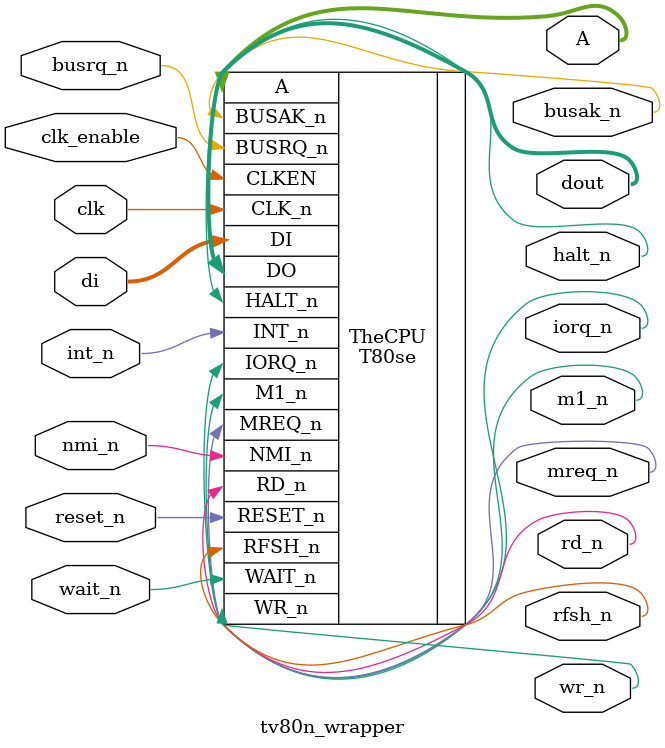
<source format=v>
`timescale 1ns / 1ns


`default_nettype wire

module tv80n_wrapper (
  // Outputs
  m1_n, mreq_n, iorq_n, rd_n, wr_n, rfsh_n, halt_n, busak_n, A, dout,
  // Inputs
  reset_n, clk, clk_enable, wait_n, int_n, nmi_n, busrq_n, di
  );

  input         reset_n; 
  input         clk; 
  input         clk_enable;
  input         wait_n; 
  input         int_n; 
  input         nmi_n; 
  input         busrq_n; 
  output        m1_n; 
  output        mreq_n; 
  output        iorq_n; 
  output        rd_n; 
  output        wr_n; 
  output        rfsh_n; 
  output        halt_n; 
  output        busak_n; 
  output [15:0] A;
  input [7:0]   di;
  output [7:0]  dout;

  wire [7:0] d;

  T80se TheCPU (
  	.RESET_n(reset_n),
		.CLK_n(clk),
      .CLKEN(clk_enable),
		.WAIT_n(wait_n),
		.INT_n(int_n),
		.NMI_n(nmi_n),
		.BUSRQ_n(busrq_n),
		.M1_n(m1_n),
		.MREQ_n(mreq_n),
		.IORQ_n(iorq_n),
		.RD_n(rd_n),
		.WR_n(wr_n),
		.RFSH_n(rfsh_n),
		.HALT_n(halt_n),
		.BUSAK_n(busak_n),
		.A(A),
		.DI(di),
      .DO(dout)
	);
	
//	assign dout = d; 
//	assign d = ( (!mreq_n || !iorq_n) && !rd_n)? di : 
//               ( (!mreq_n || !iorq_n) && !wr_n)? 8'hZZ :
//               (busak_n == 1'b0)? 8'hZZ :
//               8'hFF;

endmodule

`default_nettype none
</source>
